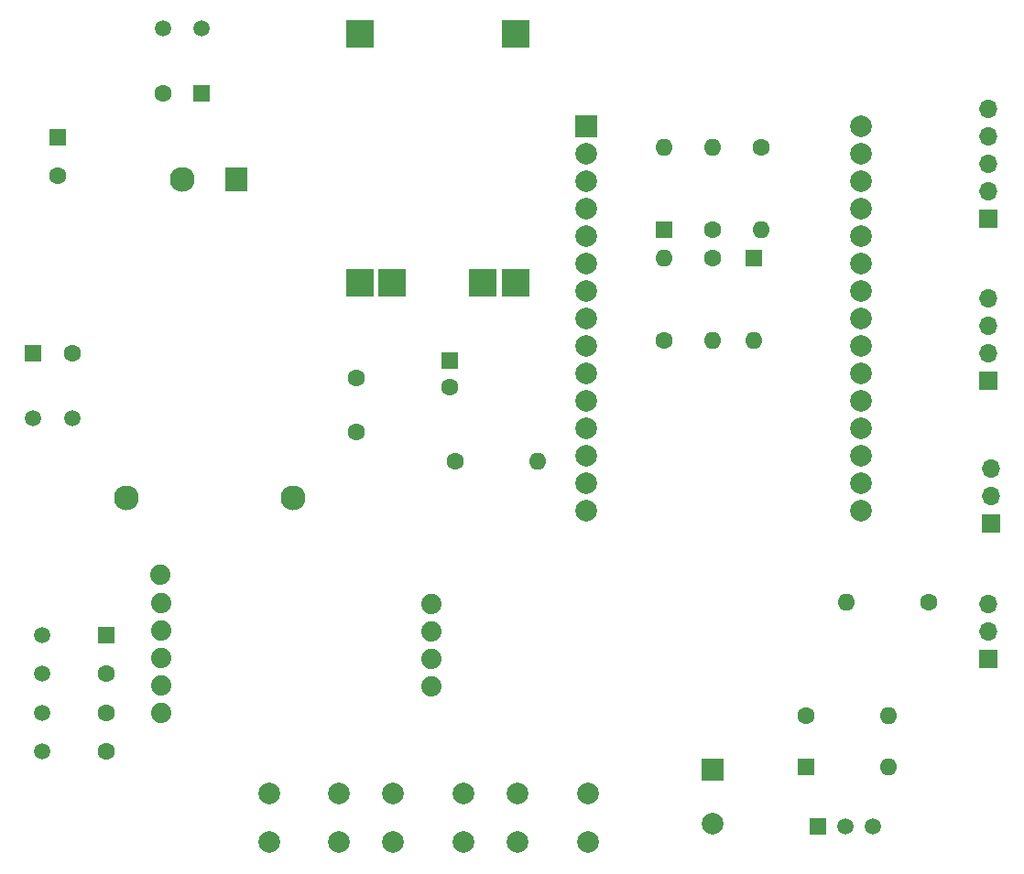
<source format=gbr>
%TF.GenerationSoftware,KiCad,Pcbnew,(6.0.1)*%
%TF.CreationDate,2022-06-17T19:47:16-03:00*%
%TF.ProjectId,alimentador automatico para pets,616c696d-656e-4746-9164-6f7220617574,rev?*%
%TF.SameCoordinates,Original*%
%TF.FileFunction,Soldermask,Top*%
%TF.FilePolarity,Negative*%
%FSLAX46Y46*%
G04 Gerber Fmt 4.6, Leading zero omitted, Abs format (unit mm)*
G04 Created by KiCad (PCBNEW (6.0.1)) date 2022-06-17 19:47:16*
%MOMM*%
%LPD*%
G01*
G04 APERTURE LIST*
G04 Aperture macros list*
%AMRoundRect*
0 Rectangle with rounded corners*
0 $1 Rounding radius*
0 $2 $3 $4 $5 $6 $7 $8 $9 X,Y pos of 4 corners*
0 Add a 4 corners polygon primitive as box body*
4,1,4,$2,$3,$4,$5,$6,$7,$8,$9,$2,$3,0*
0 Add four circle primitives for the rounded corners*
1,1,$1+$1,$2,$3*
1,1,$1+$1,$4,$5*
1,1,$1+$1,$6,$7*
1,1,$1+$1,$8,$9*
0 Add four rect primitives between the rounded corners*
20,1,$1+$1,$2,$3,$4,$5,0*
20,1,$1+$1,$4,$5,$6,$7,0*
20,1,$1+$1,$6,$7,$8,$9,0*
20,1,$1+$1,$8,$9,$2,$3,0*%
G04 Aperture macros list end*
%ADD10R,1.700000X1.700000*%
%ADD11O,1.700000X1.700000*%
%ADD12R,1.600000X1.600000*%
%ADD13O,1.600000X1.600000*%
%ADD14C,1.600000*%
%ADD15R,2.500000X2.500000*%
%ADD16C,1.500000*%
%ADD17RoundRect,0.250000X-0.550000X0.550000X-0.550000X-0.550000X0.550000X-0.550000X0.550000X0.550000X0*%
%ADD18RoundRect,0.250000X0.550000X0.550000X-0.550000X0.550000X-0.550000X-0.550000X0.550000X-0.550000X0*%
%ADD19R,1.500000X1.500000*%
%ADD20RoundRect,0.250000X-0.550000X-0.550000X0.550000X-0.550000X0.550000X0.550000X-0.550000X0.550000X0*%
%ADD21R,2.000000X2.300000*%
%ADD22C,2.300000*%
%ADD23C,1.879600*%
%ADD24R,2.000000X2.000000*%
%ADD25C,2.000000*%
G04 APERTURE END LIST*
D10*
%TO.C,J3*%
X114725000Y-74775000D03*
D11*
X114725000Y-72235000D03*
X114725000Y-69695000D03*
%TD*%
D10*
%TO.C,J4*%
X114500000Y-87275000D03*
D11*
X114500000Y-84735000D03*
X114500000Y-82195000D03*
%TD*%
D12*
%TO.C,D1*%
X92800000Y-50190000D03*
D13*
X92800000Y-57810000D03*
%TD*%
D14*
%TO.C,R6*%
X93500000Y-39940000D03*
D13*
X93500000Y-47560000D03*
%TD*%
D15*
%TO.C,U3*%
X70795000Y-29455000D03*
X56395000Y-29455000D03*
X56395000Y-52505000D03*
X59395000Y-52505000D03*
X67795000Y-52455000D03*
X70795000Y-52455000D03*
%TD*%
D16*
%TO.C,J2*%
X27000000Y-92270000D03*
X27000000Y-88670000D03*
X27000000Y-85070000D03*
X27000000Y-95870000D03*
D17*
X33000000Y-85070000D03*
D14*
X33000000Y-88670000D03*
X33000000Y-92270000D03*
X33000000Y-95870000D03*
%TD*%
%TO.C,R7*%
X97690000Y-92500000D03*
D13*
X105310000Y-92500000D03*
%TD*%
D14*
%TO.C,R3*%
X65190000Y-69000000D03*
D13*
X72810000Y-69000000D03*
%TD*%
D14*
%TO.C,C1*%
X56114000Y-61250000D03*
X56114000Y-66250000D03*
%TD*%
D16*
%TO.C,J1*%
X41800000Y-28975000D03*
X38200000Y-28975000D03*
D18*
X41800000Y-34975000D03*
D14*
X38200000Y-34975000D03*
%TD*%
%TO.C,R5*%
X84500000Y-57810000D03*
D13*
X84500000Y-50190000D03*
%TD*%
D19*
%TO.C,Q1*%
X98730000Y-102770000D03*
D16*
X101270000Y-102770000D03*
X103810000Y-102770000D03*
%TD*%
D10*
%TO.C,J6*%
X114500000Y-46550000D03*
D11*
X114500000Y-44010000D03*
X114500000Y-41470000D03*
X114500000Y-38930000D03*
X114500000Y-36390000D03*
%TD*%
D12*
%TO.C,D2*%
X84500000Y-47560000D03*
D13*
X84500000Y-39940000D03*
%TD*%
D16*
%TO.C,J7*%
X29800000Y-65025000D03*
X26200000Y-65025000D03*
D20*
X26200000Y-59025000D03*
D14*
X29800000Y-59025000D03*
%TD*%
%TO.C,R2*%
X109000000Y-82000000D03*
D13*
X101380000Y-82000000D03*
%TD*%
D12*
%TO.C,C2*%
X64750000Y-59672651D03*
D14*
X64750000Y-62172651D03*
%TD*%
D10*
%TO.C,J8*%
X114500000Y-61500000D03*
D11*
X114500000Y-58960000D03*
X114500000Y-56420000D03*
X114500000Y-53880000D03*
%TD*%
D17*
%TO.C,J5*%
X28500000Y-39000000D03*
D14*
X28500000Y-42600000D03*
%TD*%
D21*
%TO.C,PS1*%
X45000000Y-42937500D03*
D22*
X40000000Y-42937500D03*
X50200000Y-72337500D03*
X34800000Y-72337500D03*
%TD*%
D14*
%TO.C,R1*%
X89000000Y-47560000D03*
D13*
X89000000Y-39940000D03*
%TD*%
%TO.C,R4*%
X89000000Y-57810000D03*
D14*
X89000000Y-50190000D03*
%TD*%
D23*
%TO.C,U2*%
X63000000Y-89800000D03*
X63000000Y-87260000D03*
X63000000Y-84720000D03*
X63000000Y-82180000D03*
X38000000Y-79500000D03*
X38040000Y-82100000D03*
X38040000Y-84640000D03*
X38040000Y-87180000D03*
X38040000Y-89720000D03*
X38040000Y-92260000D03*
%TD*%
D24*
%TO.C,U1*%
X77300000Y-37985000D03*
D25*
X77300000Y-40525000D03*
X77300000Y-43065000D03*
X77300000Y-45605000D03*
X77300000Y-48145000D03*
X77300000Y-50685000D03*
X77300000Y-53225000D03*
X77300000Y-55765000D03*
X77300000Y-58305000D03*
X77300000Y-60845000D03*
X77300000Y-63385000D03*
X77300000Y-65925000D03*
X77300000Y-68465000D03*
X77300000Y-71005000D03*
X77300000Y-73545000D03*
X102700000Y-73545000D03*
X102700000Y-71005000D03*
X102700000Y-68465000D03*
X102700000Y-65925000D03*
X102700000Y-63385000D03*
X102700000Y-60845000D03*
X102700000Y-58305000D03*
X102700000Y-55765000D03*
X102700000Y-53225000D03*
X102700000Y-50685000D03*
X102700000Y-48145000D03*
X102700000Y-45605000D03*
X102700000Y-43065000D03*
X102700000Y-40525000D03*
X102700000Y-37985000D03*
%TD*%
D12*
%TO.C,D4*%
X97690000Y-97250000D03*
D13*
X105310000Y-97250000D03*
%TD*%
D24*
%TO.C,BZ1*%
X89000000Y-97500000D03*
D25*
X89000000Y-102500000D03*
%TD*%
%TO.C,SW3*%
X54500000Y-99750000D03*
X48000000Y-99750000D03*
X54500000Y-104250000D03*
X48000000Y-104250000D03*
%TD*%
%TO.C,SW2*%
X66000000Y-99750000D03*
X59500000Y-99750000D03*
X66000000Y-104250000D03*
X59500000Y-104250000D03*
%TD*%
%TO.C,SW1*%
X71000000Y-99750000D03*
X77500000Y-99750000D03*
X71000000Y-104250000D03*
X77500000Y-104250000D03*
%TD*%
M02*

</source>
